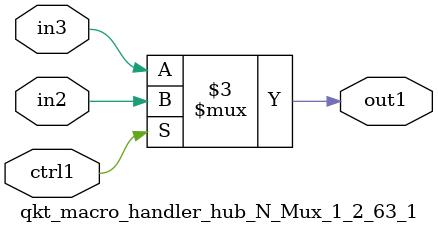
<source format=v>

`timescale 1ps / 1ps


module qkt_macro_handler_hub_N_Mux_1_2_63_1( in3, in2, ctrl1, out1 );

    input in3;
    input in2;
    input ctrl1;
    output out1;
    reg out1;

    
    // rtl_process:qkt_macro_handler_hub_N_Mux_1_2_63_1/qkt_macro_handler_hub_N_Mux_1_2_63_1_thread_1
    always @*
      begin : qkt_macro_handler_hub_N_Mux_1_2_63_1_thread_1
        case (ctrl1) 
          1'b1: 
            begin
              out1 = in2;
            end
          default: 
            begin
              out1 = in3;
            end
        endcase
      end

endmodule



</source>
